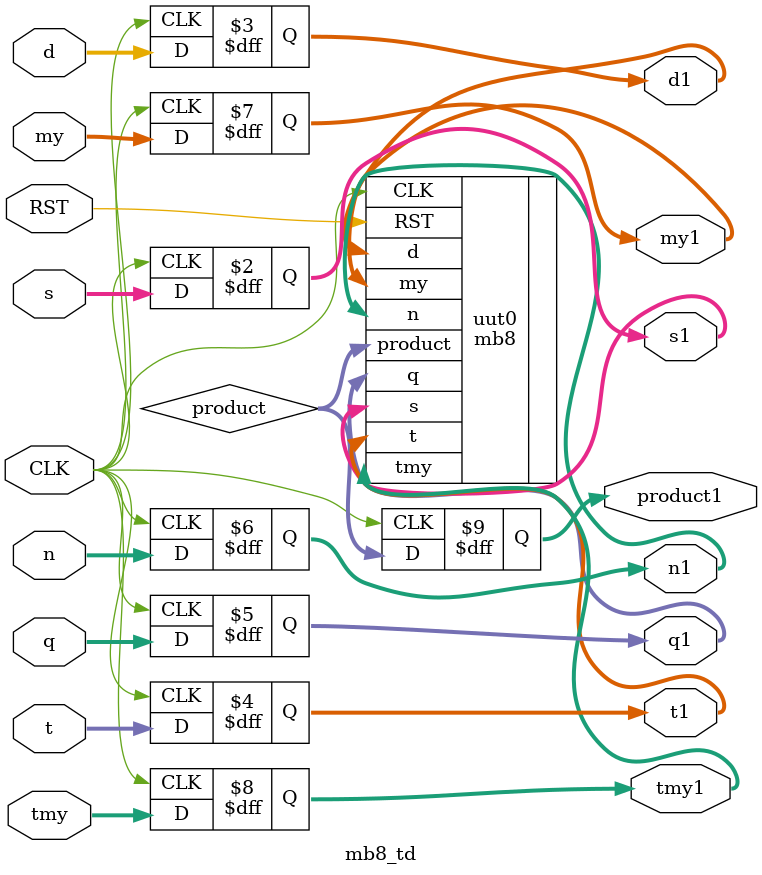
<source format=v>
module mb8_td#(parameter WIDTH = 8)(s,d,t,q,n,my,tmy,CLK,RST,s1,d1,t1,q1,n1,my1,tmy1,product1);
parameter group_cnt=(WIDTH>>2)+1; 
input wire [group_cnt-1:0] s;
input wire [group_cnt-1:0] d;
input wire [group_cnt-1:0] t;
input wire [group_cnt-1:0] q;
input wire [group_cnt-1:0] n;
input wire [WIDTH-1:0] my;
input wire [WIDTH+1:0] tmy;
input wire CLK;
input wire RST;
output reg [group_cnt-1:0] s1;
output reg [group_cnt-1:0] d1;
output reg [group_cnt-1:0] t1;
output reg [group_cnt-1:0] q1;
output reg [group_cnt-1:0] n1;
output reg [WIDTH-1:0] my1;
output reg [WIDTH+1:0] tmy1;
output reg [(WIDTH*2)-1:0] product1;

wire [(WIDTH*2)-1:0] product;


always @(posedge CLK) // or negedge RST)
begin
/*
if (!RST)
begin
s1<=6'h0;
d1<=6'h0;
t1<=6'h0;
q1<=6'h0;
n1<=6'h0;
my1<=16'h0;
tmy1<=18'h0;
product1<=32'h0;
end
else
begin
*/
s1<=s;
d1<=d;
t1<=t;
q1<=q;
n1<=n;
my1<=my;
tmy1<=tmy;
product1<=product;
//end
end

		 mb8 uut0 (
		.s(s1),
		.d(d1),
		.t(t1),
		.q(q1),
		.n(n1), 
		.my(my1),
		.tmy(tmy1),  
		.CLK(CLK),
		.RST(RST), 
		.product(product)
	);

    
endmodule

</source>
